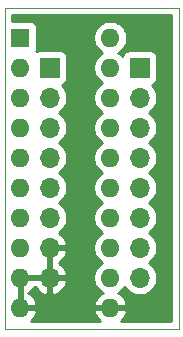
<source format=gbr>
G04 #@! TF.GenerationSoftware,KiCad,Pcbnew,(5.1.5)-3*
G04 #@! TF.CreationDate,2020-09-11T10:56:42+02:00*
G04 #@! TF.ProjectId,mmu_16v8,6d6d755f-3136-4763-982e-6b696361645f,rev?*
G04 #@! TF.SameCoordinates,Original*
G04 #@! TF.FileFunction,Copper,L2,Bot*
G04 #@! TF.FilePolarity,Positive*
%FSLAX46Y46*%
G04 Gerber Fmt 4.6, Leading zero omitted, Abs format (unit mm)*
G04 Created by KiCad (PCBNEW (5.1.5)-3) date 2020-09-11 10:56:42*
%MOMM*%
%LPD*%
G04 APERTURE LIST*
%ADD10C,0.050000*%
%ADD11O,1.700000X1.700000*%
%ADD12R,1.700000X1.700000*%
%ADD13O,1.600000X1.600000*%
%ADD14R,1.600000X1.600000*%
%ADD15C,0.800000*%
%ADD16C,0.254000*%
G04 APERTURE END LIST*
D10*
X140208000Y-69088000D02*
X140208000Y-41910000D01*
X154940000Y-69088000D02*
X140208000Y-69088000D01*
X154940000Y-41910000D02*
X154940000Y-69088000D01*
X140208000Y-41910000D02*
X154940000Y-41910000D01*
D11*
X151638000Y-64770000D03*
X151638000Y-62230000D03*
X151638000Y-59690000D03*
X151638000Y-57150000D03*
X151638000Y-54610000D03*
X151638000Y-52070000D03*
X151638000Y-49530000D03*
D12*
X151638000Y-46990000D03*
D11*
X144018000Y-64770000D03*
X144018000Y-62230000D03*
X144018000Y-59690000D03*
X144018000Y-57150000D03*
X144018000Y-54610000D03*
X144018000Y-52070000D03*
X144018000Y-49530000D03*
D12*
X144018000Y-46990000D03*
D13*
X149161500Y-44450000D03*
X141541500Y-67310000D03*
X149161500Y-46990000D03*
X141541500Y-64770000D03*
X149161500Y-49530000D03*
X141541500Y-62230000D03*
X149161500Y-52070000D03*
X141541500Y-59690000D03*
X149161500Y-54610000D03*
X141541500Y-57150000D03*
X149161500Y-57150000D03*
X141541500Y-54610000D03*
X149161500Y-59690000D03*
X141541500Y-52070000D03*
X149161500Y-62230000D03*
X141541500Y-49530000D03*
X149161500Y-64770000D03*
X141541500Y-46990000D03*
X149161500Y-67310000D03*
D14*
X141541500Y-44450000D03*
D15*
X153670000Y-45974000D03*
D16*
G36*
X154280001Y-68428000D02*
G01*
X150054549Y-68428000D01*
X150225019Y-68273414D01*
X150392537Y-68047420D01*
X150512746Y-67793087D01*
X150553404Y-67659039D01*
X150431415Y-67437000D01*
X149288500Y-67437000D01*
X149288500Y-67457000D01*
X149034500Y-67457000D01*
X149034500Y-67437000D01*
X147891585Y-67437000D01*
X147769596Y-67659039D01*
X147810254Y-67793087D01*
X147930463Y-68047420D01*
X148097981Y-68273414D01*
X148268451Y-68428000D01*
X142434549Y-68428000D01*
X142605019Y-68273414D01*
X142772537Y-68047420D01*
X142892746Y-67793087D01*
X142933404Y-67659039D01*
X142811415Y-67437000D01*
X141668500Y-67437000D01*
X141668500Y-67457000D01*
X141414500Y-67457000D01*
X141414500Y-67437000D01*
X141394500Y-67437000D01*
X141394500Y-67183000D01*
X141414500Y-67183000D01*
X141414500Y-64897000D01*
X141668500Y-64897000D01*
X141668500Y-67183000D01*
X142811415Y-67183000D01*
X142933404Y-66960961D01*
X142892746Y-66826913D01*
X142772537Y-66572580D01*
X142605019Y-66346586D01*
X142396631Y-66157615D01*
X142200518Y-66040000D01*
X142396631Y-65922385D01*
X142605019Y-65733414D01*
X142748521Y-65539819D01*
X142920412Y-65770269D01*
X143136645Y-65965178D01*
X143386748Y-66114157D01*
X143661109Y-66211481D01*
X143891000Y-66090814D01*
X143891000Y-64897000D01*
X144145000Y-64897000D01*
X144145000Y-66090814D01*
X144374891Y-66211481D01*
X144649252Y-66114157D01*
X144899355Y-65965178D01*
X145115588Y-65770269D01*
X145289641Y-65536920D01*
X145414825Y-65274099D01*
X145459476Y-65126890D01*
X145338155Y-64897000D01*
X144145000Y-64897000D01*
X143891000Y-64897000D01*
X141668500Y-64897000D01*
X141414500Y-64897000D01*
X141394500Y-64897000D01*
X141394500Y-64643000D01*
X141414500Y-64643000D01*
X141414500Y-64623000D01*
X141668500Y-64623000D01*
X141668500Y-64643000D01*
X143891000Y-64643000D01*
X143891000Y-62357000D01*
X144145000Y-62357000D01*
X144145000Y-64643000D01*
X145338155Y-64643000D01*
X145459476Y-64413110D01*
X145414825Y-64265901D01*
X145289641Y-64003080D01*
X145115588Y-63769731D01*
X144899355Y-63574822D01*
X144773745Y-63500000D01*
X144899355Y-63425178D01*
X145115588Y-63230269D01*
X145289641Y-62996920D01*
X145414825Y-62734099D01*
X145459476Y-62586890D01*
X145338155Y-62357000D01*
X144145000Y-62357000D01*
X143891000Y-62357000D01*
X143871000Y-62357000D01*
X143871000Y-62103000D01*
X143891000Y-62103000D01*
X143891000Y-62083000D01*
X144145000Y-62083000D01*
X144145000Y-62103000D01*
X145338155Y-62103000D01*
X145459476Y-61873110D01*
X145414825Y-61725901D01*
X145289641Y-61463080D01*
X145115588Y-61229731D01*
X144899355Y-61034822D01*
X144782466Y-60965195D01*
X144964632Y-60843475D01*
X145171475Y-60636632D01*
X145333990Y-60393411D01*
X145445932Y-60123158D01*
X145503000Y-59836260D01*
X145503000Y-59543740D01*
X145445932Y-59256842D01*
X145333990Y-58986589D01*
X145171475Y-58743368D01*
X144964632Y-58536525D01*
X144790240Y-58420000D01*
X144964632Y-58303475D01*
X145171475Y-58096632D01*
X145333990Y-57853411D01*
X145445932Y-57583158D01*
X145503000Y-57296260D01*
X145503000Y-57003740D01*
X145445932Y-56716842D01*
X145333990Y-56446589D01*
X145171475Y-56203368D01*
X144964632Y-55996525D01*
X144790240Y-55880000D01*
X144964632Y-55763475D01*
X145171475Y-55556632D01*
X145333990Y-55313411D01*
X145445932Y-55043158D01*
X145503000Y-54756260D01*
X145503000Y-54463740D01*
X145445932Y-54176842D01*
X145333990Y-53906589D01*
X145171475Y-53663368D01*
X144964632Y-53456525D01*
X144790240Y-53340000D01*
X144964632Y-53223475D01*
X145171475Y-53016632D01*
X145333990Y-52773411D01*
X145445932Y-52503158D01*
X145503000Y-52216260D01*
X145503000Y-51923740D01*
X145445932Y-51636842D01*
X145333990Y-51366589D01*
X145171475Y-51123368D01*
X144964632Y-50916525D01*
X144790240Y-50800000D01*
X144964632Y-50683475D01*
X145171475Y-50476632D01*
X145333990Y-50233411D01*
X145445932Y-49963158D01*
X145503000Y-49676260D01*
X145503000Y-49383740D01*
X145445932Y-49096842D01*
X145333990Y-48826589D01*
X145171475Y-48583368D01*
X145039620Y-48451513D01*
X145112180Y-48429502D01*
X145222494Y-48370537D01*
X145319185Y-48291185D01*
X145398537Y-48194494D01*
X145457502Y-48084180D01*
X145493812Y-47964482D01*
X145506072Y-47840000D01*
X145506072Y-46140000D01*
X145493812Y-46015518D01*
X145457502Y-45895820D01*
X145398537Y-45785506D01*
X145319185Y-45688815D01*
X145222494Y-45609463D01*
X145112180Y-45550498D01*
X144992482Y-45514188D01*
X144868000Y-45501928D01*
X143168000Y-45501928D01*
X143043518Y-45514188D01*
X142923820Y-45550498D01*
X142891731Y-45567650D01*
X142931002Y-45494180D01*
X142967312Y-45374482D01*
X142979572Y-45250000D01*
X142979572Y-44308665D01*
X147726500Y-44308665D01*
X147726500Y-44591335D01*
X147781647Y-44868574D01*
X147889820Y-45129727D01*
X148046863Y-45364759D01*
X148246741Y-45564637D01*
X148479259Y-45720000D01*
X148246741Y-45875363D01*
X148046863Y-46075241D01*
X147889820Y-46310273D01*
X147781647Y-46571426D01*
X147726500Y-46848665D01*
X147726500Y-47131335D01*
X147781647Y-47408574D01*
X147889820Y-47669727D01*
X148046863Y-47904759D01*
X148246741Y-48104637D01*
X148479259Y-48260000D01*
X148246741Y-48415363D01*
X148046863Y-48615241D01*
X147889820Y-48850273D01*
X147781647Y-49111426D01*
X147726500Y-49388665D01*
X147726500Y-49671335D01*
X147781647Y-49948574D01*
X147889820Y-50209727D01*
X148046863Y-50444759D01*
X148246741Y-50644637D01*
X148479259Y-50800000D01*
X148246741Y-50955363D01*
X148046863Y-51155241D01*
X147889820Y-51390273D01*
X147781647Y-51651426D01*
X147726500Y-51928665D01*
X147726500Y-52211335D01*
X147781647Y-52488574D01*
X147889820Y-52749727D01*
X148046863Y-52984759D01*
X148246741Y-53184637D01*
X148479259Y-53340000D01*
X148246741Y-53495363D01*
X148046863Y-53695241D01*
X147889820Y-53930273D01*
X147781647Y-54191426D01*
X147726500Y-54468665D01*
X147726500Y-54751335D01*
X147781647Y-55028574D01*
X147889820Y-55289727D01*
X148046863Y-55524759D01*
X148246741Y-55724637D01*
X148479259Y-55880000D01*
X148246741Y-56035363D01*
X148046863Y-56235241D01*
X147889820Y-56470273D01*
X147781647Y-56731426D01*
X147726500Y-57008665D01*
X147726500Y-57291335D01*
X147781647Y-57568574D01*
X147889820Y-57829727D01*
X148046863Y-58064759D01*
X148246741Y-58264637D01*
X148479259Y-58420000D01*
X148246741Y-58575363D01*
X148046863Y-58775241D01*
X147889820Y-59010273D01*
X147781647Y-59271426D01*
X147726500Y-59548665D01*
X147726500Y-59831335D01*
X147781647Y-60108574D01*
X147889820Y-60369727D01*
X148046863Y-60604759D01*
X148246741Y-60804637D01*
X148479259Y-60960000D01*
X148246741Y-61115363D01*
X148046863Y-61315241D01*
X147889820Y-61550273D01*
X147781647Y-61811426D01*
X147726500Y-62088665D01*
X147726500Y-62371335D01*
X147781647Y-62648574D01*
X147889820Y-62909727D01*
X148046863Y-63144759D01*
X148246741Y-63344637D01*
X148479259Y-63500000D01*
X148246741Y-63655363D01*
X148046863Y-63855241D01*
X147889820Y-64090273D01*
X147781647Y-64351426D01*
X147726500Y-64628665D01*
X147726500Y-64911335D01*
X147781647Y-65188574D01*
X147889820Y-65449727D01*
X148046863Y-65684759D01*
X148246741Y-65884637D01*
X148481773Y-66041680D01*
X148492365Y-66046067D01*
X148306369Y-66157615D01*
X148097981Y-66346586D01*
X147930463Y-66572580D01*
X147810254Y-66826913D01*
X147769596Y-66960961D01*
X147891585Y-67183000D01*
X149034500Y-67183000D01*
X149034500Y-67163000D01*
X149288500Y-67163000D01*
X149288500Y-67183000D01*
X150431415Y-67183000D01*
X150553404Y-66960961D01*
X150512746Y-66826913D01*
X150392537Y-66572580D01*
X150225019Y-66346586D01*
X150016631Y-66157615D01*
X149830635Y-66046067D01*
X149841227Y-66041680D01*
X150076259Y-65884637D01*
X150276137Y-65684759D01*
X150369682Y-65544758D01*
X150484525Y-65716632D01*
X150691368Y-65923475D01*
X150934589Y-66085990D01*
X151204842Y-66197932D01*
X151491740Y-66255000D01*
X151784260Y-66255000D01*
X152071158Y-66197932D01*
X152341411Y-66085990D01*
X152584632Y-65923475D01*
X152791475Y-65716632D01*
X152953990Y-65473411D01*
X153065932Y-65203158D01*
X153123000Y-64916260D01*
X153123000Y-64623740D01*
X153065932Y-64336842D01*
X152953990Y-64066589D01*
X152791475Y-63823368D01*
X152584632Y-63616525D01*
X152410240Y-63500000D01*
X152584632Y-63383475D01*
X152791475Y-63176632D01*
X152953990Y-62933411D01*
X153065932Y-62663158D01*
X153123000Y-62376260D01*
X153123000Y-62083740D01*
X153065932Y-61796842D01*
X152953990Y-61526589D01*
X152791475Y-61283368D01*
X152584632Y-61076525D01*
X152410240Y-60960000D01*
X152584632Y-60843475D01*
X152791475Y-60636632D01*
X152953990Y-60393411D01*
X153065932Y-60123158D01*
X153123000Y-59836260D01*
X153123000Y-59543740D01*
X153065932Y-59256842D01*
X152953990Y-58986589D01*
X152791475Y-58743368D01*
X152584632Y-58536525D01*
X152410240Y-58420000D01*
X152584632Y-58303475D01*
X152791475Y-58096632D01*
X152953990Y-57853411D01*
X153065932Y-57583158D01*
X153123000Y-57296260D01*
X153123000Y-57003740D01*
X153065932Y-56716842D01*
X152953990Y-56446589D01*
X152791475Y-56203368D01*
X152584632Y-55996525D01*
X152410240Y-55880000D01*
X152584632Y-55763475D01*
X152791475Y-55556632D01*
X152953990Y-55313411D01*
X153065932Y-55043158D01*
X153123000Y-54756260D01*
X153123000Y-54463740D01*
X153065932Y-54176842D01*
X152953990Y-53906589D01*
X152791475Y-53663368D01*
X152584632Y-53456525D01*
X152410240Y-53340000D01*
X152584632Y-53223475D01*
X152791475Y-53016632D01*
X152953990Y-52773411D01*
X153065932Y-52503158D01*
X153123000Y-52216260D01*
X153123000Y-51923740D01*
X153065932Y-51636842D01*
X152953990Y-51366589D01*
X152791475Y-51123368D01*
X152584632Y-50916525D01*
X152410240Y-50800000D01*
X152584632Y-50683475D01*
X152791475Y-50476632D01*
X152953990Y-50233411D01*
X153065932Y-49963158D01*
X153123000Y-49676260D01*
X153123000Y-49383740D01*
X153065932Y-49096842D01*
X152953990Y-48826589D01*
X152791475Y-48583368D01*
X152659620Y-48451513D01*
X152732180Y-48429502D01*
X152842494Y-48370537D01*
X152939185Y-48291185D01*
X153018537Y-48194494D01*
X153077502Y-48084180D01*
X153113812Y-47964482D01*
X153126072Y-47840000D01*
X153126072Y-46140000D01*
X153113812Y-46015518D01*
X153077502Y-45895820D01*
X153018537Y-45785506D01*
X152939185Y-45688815D01*
X152842494Y-45609463D01*
X152732180Y-45550498D01*
X152612482Y-45514188D01*
X152488000Y-45501928D01*
X150788000Y-45501928D01*
X150663518Y-45514188D01*
X150543820Y-45550498D01*
X150433506Y-45609463D01*
X150336815Y-45688815D01*
X150257463Y-45785506D01*
X150198498Y-45895820D01*
X150174809Y-45973913D01*
X150076259Y-45875363D01*
X149843741Y-45720000D01*
X150076259Y-45564637D01*
X150276137Y-45364759D01*
X150433180Y-45129727D01*
X150541353Y-44868574D01*
X150596500Y-44591335D01*
X150596500Y-44308665D01*
X150541353Y-44031426D01*
X150433180Y-43770273D01*
X150276137Y-43535241D01*
X150076259Y-43335363D01*
X149841227Y-43178320D01*
X149580074Y-43070147D01*
X149302835Y-43015000D01*
X149020165Y-43015000D01*
X148742926Y-43070147D01*
X148481773Y-43178320D01*
X148246741Y-43335363D01*
X148046863Y-43535241D01*
X147889820Y-43770273D01*
X147781647Y-44031426D01*
X147726500Y-44308665D01*
X142979572Y-44308665D01*
X142979572Y-43650000D01*
X142967312Y-43525518D01*
X142931002Y-43405820D01*
X142872037Y-43295506D01*
X142792685Y-43198815D01*
X142695994Y-43119463D01*
X142585680Y-43060498D01*
X142465982Y-43024188D01*
X142341500Y-43011928D01*
X140868000Y-43011928D01*
X140868000Y-42570000D01*
X154280000Y-42570000D01*
X154280001Y-68428000D01*
G37*
X154280001Y-68428000D02*
X150054549Y-68428000D01*
X150225019Y-68273414D01*
X150392537Y-68047420D01*
X150512746Y-67793087D01*
X150553404Y-67659039D01*
X150431415Y-67437000D01*
X149288500Y-67437000D01*
X149288500Y-67457000D01*
X149034500Y-67457000D01*
X149034500Y-67437000D01*
X147891585Y-67437000D01*
X147769596Y-67659039D01*
X147810254Y-67793087D01*
X147930463Y-68047420D01*
X148097981Y-68273414D01*
X148268451Y-68428000D01*
X142434549Y-68428000D01*
X142605019Y-68273414D01*
X142772537Y-68047420D01*
X142892746Y-67793087D01*
X142933404Y-67659039D01*
X142811415Y-67437000D01*
X141668500Y-67437000D01*
X141668500Y-67457000D01*
X141414500Y-67457000D01*
X141414500Y-67437000D01*
X141394500Y-67437000D01*
X141394500Y-67183000D01*
X141414500Y-67183000D01*
X141414500Y-64897000D01*
X141668500Y-64897000D01*
X141668500Y-67183000D01*
X142811415Y-67183000D01*
X142933404Y-66960961D01*
X142892746Y-66826913D01*
X142772537Y-66572580D01*
X142605019Y-66346586D01*
X142396631Y-66157615D01*
X142200518Y-66040000D01*
X142396631Y-65922385D01*
X142605019Y-65733414D01*
X142748521Y-65539819D01*
X142920412Y-65770269D01*
X143136645Y-65965178D01*
X143386748Y-66114157D01*
X143661109Y-66211481D01*
X143891000Y-66090814D01*
X143891000Y-64897000D01*
X144145000Y-64897000D01*
X144145000Y-66090814D01*
X144374891Y-66211481D01*
X144649252Y-66114157D01*
X144899355Y-65965178D01*
X145115588Y-65770269D01*
X145289641Y-65536920D01*
X145414825Y-65274099D01*
X145459476Y-65126890D01*
X145338155Y-64897000D01*
X144145000Y-64897000D01*
X143891000Y-64897000D01*
X141668500Y-64897000D01*
X141414500Y-64897000D01*
X141394500Y-64897000D01*
X141394500Y-64643000D01*
X141414500Y-64643000D01*
X141414500Y-64623000D01*
X141668500Y-64623000D01*
X141668500Y-64643000D01*
X143891000Y-64643000D01*
X143891000Y-62357000D01*
X144145000Y-62357000D01*
X144145000Y-64643000D01*
X145338155Y-64643000D01*
X145459476Y-64413110D01*
X145414825Y-64265901D01*
X145289641Y-64003080D01*
X145115588Y-63769731D01*
X144899355Y-63574822D01*
X144773745Y-63500000D01*
X144899355Y-63425178D01*
X145115588Y-63230269D01*
X145289641Y-62996920D01*
X145414825Y-62734099D01*
X145459476Y-62586890D01*
X145338155Y-62357000D01*
X144145000Y-62357000D01*
X143891000Y-62357000D01*
X143871000Y-62357000D01*
X143871000Y-62103000D01*
X143891000Y-62103000D01*
X143891000Y-62083000D01*
X144145000Y-62083000D01*
X144145000Y-62103000D01*
X145338155Y-62103000D01*
X145459476Y-61873110D01*
X145414825Y-61725901D01*
X145289641Y-61463080D01*
X145115588Y-61229731D01*
X144899355Y-61034822D01*
X144782466Y-60965195D01*
X144964632Y-60843475D01*
X145171475Y-60636632D01*
X145333990Y-60393411D01*
X145445932Y-60123158D01*
X145503000Y-59836260D01*
X145503000Y-59543740D01*
X145445932Y-59256842D01*
X145333990Y-58986589D01*
X145171475Y-58743368D01*
X144964632Y-58536525D01*
X144790240Y-58420000D01*
X144964632Y-58303475D01*
X145171475Y-58096632D01*
X145333990Y-57853411D01*
X145445932Y-57583158D01*
X145503000Y-57296260D01*
X145503000Y-57003740D01*
X145445932Y-56716842D01*
X145333990Y-56446589D01*
X145171475Y-56203368D01*
X144964632Y-55996525D01*
X144790240Y-55880000D01*
X144964632Y-55763475D01*
X145171475Y-55556632D01*
X145333990Y-55313411D01*
X145445932Y-55043158D01*
X145503000Y-54756260D01*
X145503000Y-54463740D01*
X145445932Y-54176842D01*
X145333990Y-53906589D01*
X145171475Y-53663368D01*
X144964632Y-53456525D01*
X144790240Y-53340000D01*
X144964632Y-53223475D01*
X145171475Y-53016632D01*
X145333990Y-52773411D01*
X145445932Y-52503158D01*
X145503000Y-52216260D01*
X145503000Y-51923740D01*
X145445932Y-51636842D01*
X145333990Y-51366589D01*
X145171475Y-51123368D01*
X144964632Y-50916525D01*
X144790240Y-50800000D01*
X144964632Y-50683475D01*
X145171475Y-50476632D01*
X145333990Y-50233411D01*
X145445932Y-49963158D01*
X145503000Y-49676260D01*
X145503000Y-49383740D01*
X145445932Y-49096842D01*
X145333990Y-48826589D01*
X145171475Y-48583368D01*
X145039620Y-48451513D01*
X145112180Y-48429502D01*
X145222494Y-48370537D01*
X145319185Y-48291185D01*
X145398537Y-48194494D01*
X145457502Y-48084180D01*
X145493812Y-47964482D01*
X145506072Y-47840000D01*
X145506072Y-46140000D01*
X145493812Y-46015518D01*
X145457502Y-45895820D01*
X145398537Y-45785506D01*
X145319185Y-45688815D01*
X145222494Y-45609463D01*
X145112180Y-45550498D01*
X144992482Y-45514188D01*
X144868000Y-45501928D01*
X143168000Y-45501928D01*
X143043518Y-45514188D01*
X142923820Y-45550498D01*
X142891731Y-45567650D01*
X142931002Y-45494180D01*
X142967312Y-45374482D01*
X142979572Y-45250000D01*
X142979572Y-44308665D01*
X147726500Y-44308665D01*
X147726500Y-44591335D01*
X147781647Y-44868574D01*
X147889820Y-45129727D01*
X148046863Y-45364759D01*
X148246741Y-45564637D01*
X148479259Y-45720000D01*
X148246741Y-45875363D01*
X148046863Y-46075241D01*
X147889820Y-46310273D01*
X147781647Y-46571426D01*
X147726500Y-46848665D01*
X147726500Y-47131335D01*
X147781647Y-47408574D01*
X147889820Y-47669727D01*
X148046863Y-47904759D01*
X148246741Y-48104637D01*
X148479259Y-48260000D01*
X148246741Y-48415363D01*
X148046863Y-48615241D01*
X147889820Y-48850273D01*
X147781647Y-49111426D01*
X147726500Y-49388665D01*
X147726500Y-49671335D01*
X147781647Y-49948574D01*
X147889820Y-50209727D01*
X148046863Y-50444759D01*
X148246741Y-50644637D01*
X148479259Y-50800000D01*
X148246741Y-50955363D01*
X148046863Y-51155241D01*
X147889820Y-51390273D01*
X147781647Y-51651426D01*
X147726500Y-51928665D01*
X147726500Y-52211335D01*
X147781647Y-52488574D01*
X147889820Y-52749727D01*
X148046863Y-52984759D01*
X148246741Y-53184637D01*
X148479259Y-53340000D01*
X148246741Y-53495363D01*
X148046863Y-53695241D01*
X147889820Y-53930273D01*
X147781647Y-54191426D01*
X147726500Y-54468665D01*
X147726500Y-54751335D01*
X147781647Y-55028574D01*
X147889820Y-55289727D01*
X148046863Y-55524759D01*
X148246741Y-55724637D01*
X148479259Y-55880000D01*
X148246741Y-56035363D01*
X148046863Y-56235241D01*
X147889820Y-56470273D01*
X147781647Y-56731426D01*
X147726500Y-57008665D01*
X147726500Y-57291335D01*
X147781647Y-57568574D01*
X147889820Y-57829727D01*
X148046863Y-58064759D01*
X148246741Y-58264637D01*
X148479259Y-58420000D01*
X148246741Y-58575363D01*
X148046863Y-58775241D01*
X147889820Y-59010273D01*
X147781647Y-59271426D01*
X147726500Y-59548665D01*
X147726500Y-59831335D01*
X147781647Y-60108574D01*
X147889820Y-60369727D01*
X148046863Y-60604759D01*
X148246741Y-60804637D01*
X148479259Y-60960000D01*
X148246741Y-61115363D01*
X148046863Y-61315241D01*
X147889820Y-61550273D01*
X147781647Y-61811426D01*
X147726500Y-62088665D01*
X147726500Y-62371335D01*
X147781647Y-62648574D01*
X147889820Y-62909727D01*
X148046863Y-63144759D01*
X148246741Y-63344637D01*
X148479259Y-63500000D01*
X148246741Y-63655363D01*
X148046863Y-63855241D01*
X147889820Y-64090273D01*
X147781647Y-64351426D01*
X147726500Y-64628665D01*
X147726500Y-64911335D01*
X147781647Y-65188574D01*
X147889820Y-65449727D01*
X148046863Y-65684759D01*
X148246741Y-65884637D01*
X148481773Y-66041680D01*
X148492365Y-66046067D01*
X148306369Y-66157615D01*
X148097981Y-66346586D01*
X147930463Y-66572580D01*
X147810254Y-66826913D01*
X147769596Y-66960961D01*
X147891585Y-67183000D01*
X149034500Y-67183000D01*
X149034500Y-67163000D01*
X149288500Y-67163000D01*
X149288500Y-67183000D01*
X150431415Y-67183000D01*
X150553404Y-66960961D01*
X150512746Y-66826913D01*
X150392537Y-66572580D01*
X150225019Y-66346586D01*
X150016631Y-66157615D01*
X149830635Y-66046067D01*
X149841227Y-66041680D01*
X150076259Y-65884637D01*
X150276137Y-65684759D01*
X150369682Y-65544758D01*
X150484525Y-65716632D01*
X150691368Y-65923475D01*
X150934589Y-66085990D01*
X151204842Y-66197932D01*
X151491740Y-66255000D01*
X151784260Y-66255000D01*
X152071158Y-66197932D01*
X152341411Y-66085990D01*
X152584632Y-65923475D01*
X152791475Y-65716632D01*
X152953990Y-65473411D01*
X153065932Y-65203158D01*
X153123000Y-64916260D01*
X153123000Y-64623740D01*
X153065932Y-64336842D01*
X152953990Y-64066589D01*
X152791475Y-63823368D01*
X152584632Y-63616525D01*
X152410240Y-63500000D01*
X152584632Y-63383475D01*
X152791475Y-63176632D01*
X152953990Y-62933411D01*
X153065932Y-62663158D01*
X153123000Y-62376260D01*
X153123000Y-62083740D01*
X153065932Y-61796842D01*
X152953990Y-61526589D01*
X152791475Y-61283368D01*
X152584632Y-61076525D01*
X152410240Y-60960000D01*
X152584632Y-60843475D01*
X152791475Y-60636632D01*
X152953990Y-60393411D01*
X153065932Y-60123158D01*
X153123000Y-59836260D01*
X153123000Y-59543740D01*
X153065932Y-59256842D01*
X152953990Y-58986589D01*
X152791475Y-58743368D01*
X152584632Y-58536525D01*
X152410240Y-58420000D01*
X152584632Y-58303475D01*
X152791475Y-58096632D01*
X152953990Y-57853411D01*
X153065932Y-57583158D01*
X153123000Y-57296260D01*
X153123000Y-57003740D01*
X153065932Y-56716842D01*
X152953990Y-56446589D01*
X152791475Y-56203368D01*
X152584632Y-55996525D01*
X152410240Y-55880000D01*
X152584632Y-55763475D01*
X152791475Y-55556632D01*
X152953990Y-55313411D01*
X153065932Y-55043158D01*
X153123000Y-54756260D01*
X153123000Y-54463740D01*
X153065932Y-54176842D01*
X152953990Y-53906589D01*
X152791475Y-53663368D01*
X152584632Y-53456525D01*
X152410240Y-53340000D01*
X152584632Y-53223475D01*
X152791475Y-53016632D01*
X152953990Y-52773411D01*
X153065932Y-52503158D01*
X153123000Y-52216260D01*
X153123000Y-51923740D01*
X153065932Y-51636842D01*
X152953990Y-51366589D01*
X152791475Y-51123368D01*
X152584632Y-50916525D01*
X152410240Y-50800000D01*
X152584632Y-50683475D01*
X152791475Y-50476632D01*
X152953990Y-50233411D01*
X153065932Y-49963158D01*
X153123000Y-49676260D01*
X153123000Y-49383740D01*
X153065932Y-49096842D01*
X152953990Y-48826589D01*
X152791475Y-48583368D01*
X152659620Y-48451513D01*
X152732180Y-48429502D01*
X152842494Y-48370537D01*
X152939185Y-48291185D01*
X153018537Y-48194494D01*
X153077502Y-48084180D01*
X153113812Y-47964482D01*
X153126072Y-47840000D01*
X153126072Y-46140000D01*
X153113812Y-46015518D01*
X153077502Y-45895820D01*
X153018537Y-45785506D01*
X152939185Y-45688815D01*
X152842494Y-45609463D01*
X152732180Y-45550498D01*
X152612482Y-45514188D01*
X152488000Y-45501928D01*
X150788000Y-45501928D01*
X150663518Y-45514188D01*
X150543820Y-45550498D01*
X150433506Y-45609463D01*
X150336815Y-45688815D01*
X150257463Y-45785506D01*
X150198498Y-45895820D01*
X150174809Y-45973913D01*
X150076259Y-45875363D01*
X149843741Y-45720000D01*
X150076259Y-45564637D01*
X150276137Y-45364759D01*
X150433180Y-45129727D01*
X150541353Y-44868574D01*
X150596500Y-44591335D01*
X150596500Y-44308665D01*
X150541353Y-44031426D01*
X150433180Y-43770273D01*
X150276137Y-43535241D01*
X150076259Y-43335363D01*
X149841227Y-43178320D01*
X149580074Y-43070147D01*
X149302835Y-43015000D01*
X149020165Y-43015000D01*
X148742926Y-43070147D01*
X148481773Y-43178320D01*
X148246741Y-43335363D01*
X148046863Y-43535241D01*
X147889820Y-43770273D01*
X147781647Y-44031426D01*
X147726500Y-44308665D01*
X142979572Y-44308665D01*
X142979572Y-43650000D01*
X142967312Y-43525518D01*
X142931002Y-43405820D01*
X142872037Y-43295506D01*
X142792685Y-43198815D01*
X142695994Y-43119463D01*
X142585680Y-43060498D01*
X142465982Y-43024188D01*
X142341500Y-43011928D01*
X140868000Y-43011928D01*
X140868000Y-42570000D01*
X154280000Y-42570000D01*
X154280001Y-68428000D01*
M02*

</source>
